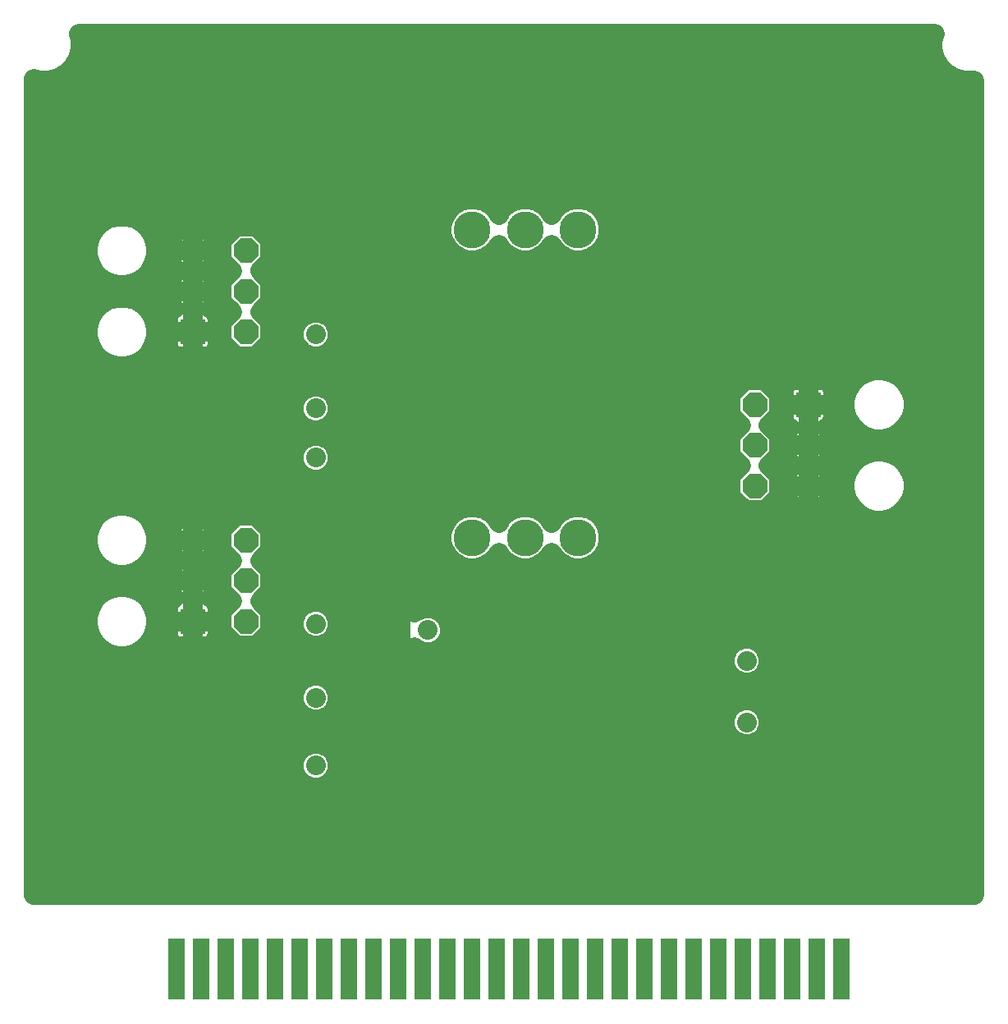
<source format=gbl>
G75*
%MOIN*%
%OFA0B0*%
%FSLAX25Y25*%
%IPPOS*%
%LPD*%
%AMOC8*
5,1,8,0,0,1.08239X$1,22.5*
%
%ADD10C,0.15000*%
%ADD11R,0.06500X0.25000*%
%ADD12OC8,0.10000*%
%ADD13R,0.10000X0.10000*%
%ADD14C,0.08000*%
%ADD15C,0.08000*%
%ADD16C,0.03569*%
D10*
X0187000Y0192500D03*
X0208500Y0192500D03*
X0230000Y0192500D03*
X0230000Y0317500D03*
X0208500Y0317500D03*
X0187000Y0317500D03*
D11*
X0186750Y0017500D03*
X0176750Y0017500D03*
X0166750Y0017500D03*
X0156750Y0017500D03*
X0146750Y0017500D03*
X0136750Y0017500D03*
X0126750Y0017500D03*
X0116750Y0017500D03*
X0106750Y0017500D03*
X0096750Y0017500D03*
X0086750Y0017500D03*
X0076750Y0017500D03*
X0066750Y0017500D03*
X0196750Y0017500D03*
X0206750Y0017500D03*
X0216750Y0017500D03*
X0226750Y0017500D03*
X0236750Y0017500D03*
X0246750Y0017500D03*
X0256750Y0017500D03*
X0266750Y0017500D03*
X0276750Y0017500D03*
X0286750Y0017500D03*
X0296750Y0017500D03*
X0306750Y0017500D03*
X0316750Y0017500D03*
X0326750Y0017500D03*
X0336750Y0017500D03*
D12*
X0323500Y0213500D03*
X0323500Y0230000D03*
X0301800Y0230000D03*
X0301800Y0213500D03*
X0301800Y0246500D03*
X0095200Y0276000D03*
X0095200Y0292500D03*
X0095200Y0309000D03*
X0073500Y0309000D03*
X0073500Y0292500D03*
X0073500Y0191500D03*
X0073500Y0175000D03*
X0095200Y0175000D03*
X0095200Y0158500D03*
X0095200Y0191500D03*
D13*
X0073500Y0158500D03*
X0073500Y0276000D03*
X0323500Y0246500D03*
D14*
X0328500Y0142500D03*
X0328500Y0117500D03*
X0298500Y0117500D03*
X0298500Y0142500D03*
X0169000Y0155000D03*
X0158000Y0155000D03*
X0123500Y0157500D03*
X0123500Y0127500D03*
X0123500Y0100000D03*
X0123500Y0070000D03*
X0123500Y0195000D03*
X0123500Y0225000D03*
X0123500Y0245000D03*
X0123500Y0275000D03*
D15*
X0009000Y0378772D02*
X0009000Y0047500D01*
X0391000Y0047500D01*
X0391000Y0378236D01*
X0390399Y0378075D01*
X0386601Y0378075D01*
X0382932Y0379058D01*
X0379643Y0380957D01*
X0376957Y0383643D01*
X0375058Y0386932D01*
X0374075Y0390601D01*
X0374075Y0394399D01*
X0374772Y0397000D01*
X0027228Y0397000D01*
X0027925Y0394399D01*
X0027925Y0390601D01*
X0026942Y0386932D01*
X0025043Y0383643D01*
X0022357Y0380957D01*
X0019068Y0379058D01*
X0015399Y0378075D01*
X0011601Y0378075D01*
X0009000Y0378772D01*
X0009000Y0372932D02*
X0391000Y0372932D01*
X0391000Y0364933D02*
X0009000Y0364933D01*
X0009000Y0356934D02*
X0391000Y0356934D01*
X0391000Y0348936D02*
X0009000Y0348936D01*
X0009000Y0340937D02*
X0391000Y0340937D01*
X0391000Y0332939D02*
X0009000Y0332939D01*
X0009000Y0324940D02*
X0177093Y0324940D01*
X0177158Y0325052D02*
X0175538Y0322248D01*
X0174700Y0319119D01*
X0174700Y0315881D01*
X0175538Y0312752D01*
X0177158Y0309948D01*
X0179448Y0307658D01*
X0182252Y0306038D01*
X0185381Y0305200D01*
X0188619Y0305200D01*
X0191748Y0306038D01*
X0194552Y0307658D01*
X0196842Y0309948D01*
X0197750Y0311520D01*
X0198658Y0309948D01*
X0200948Y0307658D01*
X0203752Y0306038D01*
X0206881Y0305200D01*
X0210119Y0305200D01*
X0213248Y0306038D01*
X0216052Y0307658D01*
X0218342Y0309948D01*
X0219250Y0311520D01*
X0220158Y0309948D01*
X0222448Y0307658D01*
X0225252Y0306038D01*
X0228381Y0305200D01*
X0231619Y0305200D01*
X0234748Y0306038D01*
X0237552Y0307658D01*
X0239842Y0309948D01*
X0241462Y0312752D01*
X0242300Y0315881D01*
X0242300Y0319119D01*
X0241462Y0322248D01*
X0239842Y0325052D01*
X0237552Y0327342D01*
X0234748Y0328962D01*
X0231619Y0329800D01*
X0228381Y0329800D01*
X0225252Y0328962D01*
X0222448Y0327342D01*
X0220158Y0325052D01*
X0219250Y0323480D01*
X0218342Y0325052D01*
X0216052Y0327342D01*
X0213248Y0328962D01*
X0210119Y0329800D01*
X0206881Y0329800D01*
X0203752Y0328962D01*
X0200948Y0327342D01*
X0198658Y0325052D01*
X0197750Y0323480D01*
X0196842Y0325052D01*
X0194552Y0327342D01*
X0191748Y0328962D01*
X0188619Y0329800D01*
X0185381Y0329800D01*
X0182252Y0328962D01*
X0179448Y0327342D01*
X0177158Y0325052D01*
X0174700Y0316942D02*
X0101117Y0316942D01*
X0099259Y0318800D02*
X0091141Y0318800D01*
X0085400Y0313059D01*
X0085400Y0304941D01*
X0089591Y0300750D01*
X0085400Y0296559D01*
X0085400Y0288441D01*
X0089591Y0284250D01*
X0085400Y0280059D01*
X0085400Y0271941D01*
X0091141Y0266200D01*
X0099259Y0266200D01*
X0105000Y0271941D01*
X0105000Y0280059D01*
X0100809Y0284250D01*
X0105000Y0288441D01*
X0105000Y0296559D01*
X0100809Y0300750D01*
X0105000Y0304941D01*
X0105000Y0313059D01*
X0099259Y0318800D01*
X0105000Y0308943D02*
X0178162Y0308943D01*
X0195838Y0308943D02*
X0199662Y0308943D01*
X0198593Y0324940D02*
X0196907Y0324940D01*
X0218407Y0324940D02*
X0220093Y0324940D01*
X0221162Y0308943D02*
X0217338Y0308943D01*
X0238838Y0308943D02*
X0391000Y0308943D01*
X0391000Y0300945D02*
X0101004Y0300945D01*
X0105000Y0292946D02*
X0391000Y0292946D01*
X0391000Y0284948D02*
X0101507Y0284948D01*
X0105000Y0276949D02*
X0114782Y0276949D01*
X0114700Y0276750D02*
X0114700Y0273250D01*
X0116040Y0270015D01*
X0118515Y0267540D01*
X0121750Y0266200D01*
X0125250Y0266200D01*
X0128485Y0267540D01*
X0130960Y0270015D01*
X0132300Y0273250D01*
X0132300Y0276750D01*
X0130960Y0279985D01*
X0128485Y0282460D01*
X0125250Y0283800D01*
X0121750Y0283800D01*
X0118515Y0282460D01*
X0116040Y0279985D01*
X0114700Y0276750D01*
X0117104Y0268951D02*
X0102010Y0268951D01*
X0088390Y0268951D02*
X0083068Y0268951D01*
X0083134Y0269081D02*
X0083377Y0269829D01*
X0083500Y0270606D01*
X0083500Y0276000D01*
X0083500Y0281394D01*
X0083377Y0282171D01*
X0083134Y0282919D01*
X0082776Y0283621D01*
X0082314Y0284257D01*
X0081757Y0284814D01*
X0081121Y0285276D01*
X0080655Y0285513D01*
X0083500Y0288358D01*
X0083500Y0292500D01*
X0083500Y0296642D01*
X0079392Y0300750D01*
X0083500Y0304858D01*
X0083500Y0309000D01*
X0083500Y0313142D01*
X0077642Y0319000D01*
X0073500Y0319000D01*
X0073500Y0309000D01*
X0073500Y0309000D01*
X0083500Y0309000D01*
X0073500Y0309000D01*
X0073500Y0309000D01*
X0073500Y0309000D01*
X0063500Y0309000D01*
X0063500Y0313142D01*
X0069358Y0319000D01*
X0073500Y0319000D01*
X0073500Y0309000D01*
X0073500Y0292500D01*
X0083500Y0292500D01*
X0073500Y0292500D01*
X0073500Y0292500D01*
X0073500Y0292500D01*
X0073500Y0292500D01*
X0063500Y0292500D01*
X0063500Y0296642D01*
X0067608Y0300750D01*
X0063500Y0304858D01*
X0063500Y0309000D01*
X0073500Y0309000D01*
X0073500Y0309000D01*
X0073500Y0302500D01*
X0073500Y0292500D01*
X0073500Y0276000D01*
X0083500Y0276000D01*
X0073500Y0276000D01*
X0073500Y0276000D01*
X0073500Y0276000D01*
X0073500Y0276000D01*
X0063500Y0276000D01*
X0063500Y0281394D01*
X0063623Y0282171D01*
X0063866Y0282919D01*
X0064224Y0283621D01*
X0064686Y0284257D01*
X0065243Y0284814D01*
X0065879Y0285276D01*
X0066345Y0285513D01*
X0063500Y0288358D01*
X0063500Y0292500D01*
X0073500Y0292500D01*
X0073500Y0292500D01*
X0073500Y0286000D01*
X0073500Y0276000D01*
X0073500Y0266000D01*
X0078894Y0266000D01*
X0079671Y0266123D01*
X0080419Y0266366D01*
X0081121Y0266724D01*
X0081757Y0267186D01*
X0082314Y0267743D01*
X0082776Y0268379D01*
X0083134Y0269081D01*
X0083500Y0276949D02*
X0085400Y0276949D01*
X0088893Y0284948D02*
X0081573Y0284948D01*
X0073500Y0284948D02*
X0073500Y0284948D01*
X0073500Y0292946D02*
X0073500Y0292946D01*
X0073500Y0300945D02*
X0073500Y0300945D01*
X0067413Y0300945D02*
X0056166Y0300945D01*
X0055887Y0300462D02*
X0057718Y0303633D01*
X0058665Y0307169D01*
X0058665Y0310831D01*
X0057718Y0314367D01*
X0055887Y0317538D01*
X0053298Y0320127D01*
X0050127Y0321958D01*
X0046591Y0322905D01*
X0042929Y0322905D01*
X0039393Y0321958D01*
X0036222Y0320127D01*
X0033633Y0317538D01*
X0031802Y0314367D01*
X0030854Y0310831D01*
X0030854Y0307169D01*
X0031802Y0303633D01*
X0033633Y0300462D01*
X0036222Y0297873D01*
X0039393Y0296042D01*
X0042929Y0295094D01*
X0046591Y0295094D01*
X0050127Y0296042D01*
X0053298Y0297873D01*
X0055887Y0300462D01*
X0058665Y0308943D02*
X0063500Y0308943D01*
X0067300Y0316942D02*
X0056231Y0316942D01*
X0073500Y0316942D02*
X0073500Y0316942D01*
X0079700Y0316942D02*
X0089283Y0316942D01*
X0085400Y0308943D02*
X0083500Y0308943D01*
X0079587Y0300945D02*
X0089396Y0300945D01*
X0085400Y0292946D02*
X0083500Y0292946D01*
X0073500Y0276949D02*
X0073500Y0276949D01*
X0073500Y0276000D02*
X0063500Y0276000D01*
X0063500Y0270606D01*
X0063623Y0269829D01*
X0063866Y0269081D01*
X0064224Y0268379D01*
X0064686Y0267743D01*
X0065243Y0267186D01*
X0065879Y0266724D01*
X0066581Y0266366D01*
X0067329Y0266123D01*
X0068106Y0266000D01*
X0073500Y0266000D01*
X0073500Y0276000D01*
X0073500Y0276000D01*
X0073500Y0268951D02*
X0073500Y0268951D01*
X0063932Y0268951D02*
X0056747Y0268951D01*
X0055887Y0267462D02*
X0057718Y0270633D01*
X0058665Y0274169D01*
X0058665Y0277831D01*
X0057718Y0281367D01*
X0055887Y0284538D01*
X0053298Y0287127D01*
X0050127Y0288958D01*
X0046591Y0289905D01*
X0042929Y0289905D01*
X0039393Y0288958D01*
X0036222Y0287127D01*
X0033633Y0284538D01*
X0031802Y0281367D01*
X0030854Y0277831D01*
X0030854Y0274169D01*
X0031802Y0270633D01*
X0033633Y0267462D01*
X0036222Y0264873D01*
X0039393Y0263042D01*
X0042929Y0262094D01*
X0046591Y0262094D01*
X0050127Y0263042D01*
X0053298Y0264873D01*
X0055887Y0267462D01*
X0058665Y0276949D02*
X0063500Y0276949D01*
X0065427Y0284948D02*
X0055477Y0284948D01*
X0063500Y0292946D02*
X0009000Y0292946D01*
X0009000Y0284948D02*
X0034042Y0284948D01*
X0030854Y0276949D02*
X0009000Y0276949D01*
X0009000Y0268951D02*
X0032773Y0268951D01*
X0009000Y0260952D02*
X0391000Y0260952D01*
X0391000Y0252954D02*
X0364571Y0252954D01*
X0365198Y0251867D02*
X0363367Y0255038D01*
X0360778Y0257627D01*
X0357607Y0259458D01*
X0354071Y0260405D01*
X0350409Y0260405D01*
X0346873Y0259458D01*
X0343702Y0257627D01*
X0341113Y0255038D01*
X0339282Y0251867D01*
X0338335Y0248331D01*
X0338335Y0244669D01*
X0339282Y0241133D01*
X0341113Y0237962D01*
X0343702Y0235373D01*
X0346873Y0233542D01*
X0350409Y0232594D01*
X0354071Y0232594D01*
X0357607Y0233542D01*
X0360778Y0235373D01*
X0363367Y0237962D01*
X0365198Y0241133D01*
X0366146Y0244669D01*
X0366146Y0248331D01*
X0365198Y0251867D01*
X0366146Y0244955D02*
X0391000Y0244955D01*
X0391000Y0236957D02*
X0362362Y0236957D01*
X0357607Y0226458D02*
X0354071Y0227405D01*
X0350409Y0227405D01*
X0346873Y0226458D01*
X0343702Y0224627D01*
X0341113Y0222038D01*
X0339282Y0218867D01*
X0338335Y0215331D01*
X0338335Y0211669D01*
X0339282Y0208133D01*
X0341113Y0204962D01*
X0343702Y0202373D01*
X0346873Y0200542D01*
X0350409Y0199594D01*
X0354071Y0199594D01*
X0357607Y0200542D01*
X0360778Y0202373D01*
X0363367Y0204962D01*
X0365198Y0208133D01*
X0366146Y0211669D01*
X0366146Y0215331D01*
X0365198Y0218867D01*
X0363367Y0222038D01*
X0360778Y0224627D01*
X0357607Y0226458D01*
X0363990Y0220960D02*
X0391000Y0220960D01*
X0391000Y0228958D02*
X0333500Y0228958D01*
X0333500Y0230000D02*
X0323500Y0230000D01*
X0333500Y0230000D01*
X0333500Y0234142D01*
X0330655Y0236987D01*
X0331121Y0237224D01*
X0331757Y0237686D01*
X0332314Y0238243D01*
X0332776Y0238879D01*
X0333134Y0239581D01*
X0333377Y0240329D01*
X0333500Y0241106D01*
X0333500Y0246500D01*
X0333500Y0251894D01*
X0333377Y0252671D01*
X0333134Y0253419D01*
X0332776Y0254121D01*
X0332314Y0254757D01*
X0331757Y0255314D01*
X0331121Y0255776D01*
X0330419Y0256134D01*
X0329671Y0256377D01*
X0328894Y0256500D01*
X0323500Y0256500D01*
X0323500Y0246500D01*
X0333500Y0246500D01*
X0323500Y0246500D01*
X0323500Y0246500D01*
X0323500Y0246500D01*
X0323500Y0246500D01*
X0313500Y0246500D01*
X0313500Y0251894D01*
X0313623Y0252671D01*
X0313866Y0253419D01*
X0314224Y0254121D01*
X0314686Y0254757D01*
X0315243Y0255314D01*
X0315879Y0255776D01*
X0316581Y0256134D01*
X0317329Y0256377D01*
X0318106Y0256500D01*
X0323500Y0256500D01*
X0323500Y0246500D01*
X0323500Y0236500D01*
X0323500Y0230000D01*
X0323500Y0230000D01*
X0323500Y0230000D01*
X0323500Y0230000D01*
X0313500Y0230000D01*
X0313500Y0234142D01*
X0316345Y0236987D01*
X0315879Y0237224D01*
X0315243Y0237686D01*
X0314686Y0238243D01*
X0314224Y0238879D01*
X0313866Y0239581D01*
X0313623Y0240329D01*
X0313500Y0241106D01*
X0313500Y0246500D01*
X0323500Y0246500D01*
X0323500Y0246500D01*
X0323500Y0230000D01*
X0323500Y0220000D01*
X0323500Y0213500D01*
X0333500Y0213500D01*
X0333500Y0217642D01*
X0329392Y0221750D01*
X0333500Y0225858D01*
X0333500Y0230000D01*
X0330685Y0236957D02*
X0342118Y0236957D01*
X0338335Y0244955D02*
X0333500Y0244955D01*
X0333285Y0252954D02*
X0339910Y0252954D01*
X0323500Y0252954D02*
X0323500Y0252954D01*
X0323500Y0244955D02*
X0323500Y0244955D01*
X0323500Y0236957D02*
X0323500Y0236957D01*
X0316315Y0236957D02*
X0308702Y0236957D01*
X0307409Y0238250D02*
X0311600Y0242441D01*
X0311600Y0250559D01*
X0305859Y0256300D01*
X0297741Y0256300D01*
X0292000Y0250559D01*
X0292000Y0242441D01*
X0296191Y0238250D01*
X0292000Y0234059D01*
X0292000Y0225941D01*
X0296191Y0221750D01*
X0292000Y0217559D01*
X0292000Y0209441D01*
X0297741Y0203700D01*
X0305859Y0203700D01*
X0311600Y0209441D01*
X0311600Y0217559D01*
X0307409Y0221750D01*
X0311600Y0225941D01*
X0311600Y0234059D01*
X0307409Y0238250D01*
X0311600Y0244955D02*
X0313500Y0244955D01*
X0313715Y0252954D02*
X0309205Y0252954D01*
X0294395Y0252954D02*
X0127293Y0252954D01*
X0128485Y0252460D02*
X0125250Y0253800D01*
X0121750Y0253800D01*
X0118515Y0252460D01*
X0116040Y0249985D01*
X0114700Y0246750D01*
X0114700Y0243250D01*
X0116040Y0240015D01*
X0118515Y0237540D01*
X0121750Y0236200D01*
X0125250Y0236200D01*
X0128485Y0237540D01*
X0130960Y0240015D01*
X0132300Y0243250D01*
X0132300Y0246750D01*
X0130960Y0249985D01*
X0128485Y0252460D01*
X0132300Y0244955D02*
X0292000Y0244955D01*
X0294898Y0236957D02*
X0127078Y0236957D01*
X0125250Y0233800D02*
X0121750Y0233800D01*
X0118515Y0232460D01*
X0116040Y0229985D01*
X0114700Y0226750D01*
X0114700Y0223250D01*
X0116040Y0220015D01*
X0118515Y0217540D01*
X0121750Y0216200D01*
X0125250Y0216200D01*
X0128485Y0217540D01*
X0130960Y0220015D01*
X0132300Y0223250D01*
X0132300Y0226750D01*
X0130960Y0229985D01*
X0128485Y0232460D01*
X0125250Y0233800D01*
X0119922Y0236957D02*
X0009000Y0236957D01*
X0009000Y0244955D02*
X0114700Y0244955D01*
X0119707Y0252954D02*
X0009000Y0252954D01*
X0009000Y0228958D02*
X0115615Y0228958D01*
X0115648Y0220960D02*
X0009000Y0220960D01*
X0009000Y0212961D02*
X0292000Y0212961D01*
X0295401Y0220960D02*
X0131352Y0220960D01*
X0131385Y0228958D02*
X0292000Y0228958D01*
X0308199Y0220960D02*
X0316818Y0220960D01*
X0317608Y0221750D02*
X0313500Y0217642D01*
X0313500Y0213500D01*
X0323500Y0213500D01*
X0323500Y0213500D01*
X0323500Y0213500D01*
X0333500Y0213500D01*
X0333500Y0209358D01*
X0327642Y0203500D01*
X0323500Y0203500D01*
X0323500Y0213500D01*
X0323500Y0213500D01*
X0323500Y0213500D01*
X0323500Y0230000D01*
X0323500Y0230000D01*
X0313500Y0230000D01*
X0313500Y0225858D01*
X0317608Y0221750D01*
X0323500Y0220960D02*
X0323500Y0220960D01*
X0330182Y0220960D02*
X0340490Y0220960D01*
X0338335Y0212961D02*
X0333500Y0212961D01*
X0329105Y0204963D02*
X0341112Y0204963D01*
X0323500Y0204963D02*
X0323500Y0204963D01*
X0323500Y0203500D02*
X0323500Y0213500D01*
X0313500Y0213500D01*
X0313500Y0209358D01*
X0319358Y0203500D01*
X0323500Y0203500D01*
X0317895Y0204963D02*
X0307122Y0204963D01*
X0311600Y0212961D02*
X0313500Y0212961D01*
X0323500Y0212961D02*
X0323500Y0212961D01*
X0323500Y0228958D02*
X0323500Y0228958D01*
X0313500Y0228958D02*
X0311600Y0228958D01*
X0296478Y0204963D02*
X0048243Y0204963D01*
X0046591Y0205405D02*
X0042929Y0205405D01*
X0039393Y0204458D01*
X0036222Y0202627D01*
X0033633Y0200038D01*
X0031802Y0196867D01*
X0030854Y0193331D01*
X0030854Y0189669D01*
X0031802Y0186133D01*
X0033633Y0182962D01*
X0036222Y0180373D01*
X0039393Y0178542D01*
X0042929Y0177594D01*
X0046591Y0177594D01*
X0050127Y0178542D01*
X0053298Y0180373D01*
X0055887Y0182962D01*
X0057718Y0186133D01*
X0058665Y0189669D01*
X0058665Y0193331D01*
X0057718Y0196867D01*
X0055887Y0200038D01*
X0053298Y0202627D01*
X0050127Y0204458D01*
X0046591Y0205405D01*
X0041277Y0204963D02*
X0009000Y0204963D01*
X0009000Y0196964D02*
X0031858Y0196964D01*
X0031043Y0188966D02*
X0009000Y0188966D01*
X0009000Y0180967D02*
X0035627Y0180967D01*
X0039393Y0171458D02*
X0036222Y0169627D01*
X0033633Y0167038D01*
X0031802Y0163867D01*
X0030854Y0160331D01*
X0030854Y0156669D01*
X0031802Y0153133D01*
X0033633Y0149962D01*
X0036222Y0147373D01*
X0039393Y0145542D01*
X0042929Y0144594D01*
X0046591Y0144594D01*
X0050127Y0145542D01*
X0053298Y0147373D01*
X0055887Y0149962D01*
X0057718Y0153133D01*
X0058665Y0156669D01*
X0058665Y0160331D01*
X0057718Y0163867D01*
X0055887Y0167038D01*
X0053298Y0169627D01*
X0050127Y0171458D01*
X0046591Y0172405D01*
X0042929Y0172405D01*
X0039393Y0171458D01*
X0032439Y0164970D02*
X0009000Y0164970D01*
X0009000Y0156972D02*
X0030854Y0156972D01*
X0034621Y0148973D02*
X0009000Y0148973D01*
X0009000Y0140975D02*
X0289700Y0140975D01*
X0289700Y0140750D02*
X0291040Y0137515D01*
X0293515Y0135040D01*
X0296750Y0133700D01*
X0300250Y0133700D01*
X0303485Y0135040D01*
X0305960Y0137515D01*
X0307300Y0140750D01*
X0307300Y0144250D01*
X0305960Y0147485D01*
X0303485Y0149960D01*
X0300250Y0151300D01*
X0296750Y0151300D01*
X0293515Y0149960D01*
X0291040Y0147485D01*
X0289700Y0144250D01*
X0289700Y0140750D01*
X0292528Y0148973D02*
X0175418Y0148973D01*
X0176460Y0150015D02*
X0173985Y0147540D01*
X0170750Y0146200D01*
X0167250Y0146200D01*
X0164015Y0147540D01*
X0163601Y0147954D01*
X0163011Y0147501D01*
X0161989Y0146911D01*
X0160899Y0146459D01*
X0159760Y0146154D01*
X0158590Y0146000D01*
X0158000Y0146000D01*
X0158000Y0155000D01*
X0158000Y0155000D01*
X0158000Y0164000D01*
X0158590Y0164000D01*
X0159760Y0163846D01*
X0160899Y0163541D01*
X0161989Y0163089D01*
X0163011Y0162499D01*
X0163601Y0162046D01*
X0164015Y0162460D01*
X0167250Y0163800D01*
X0170750Y0163800D01*
X0173985Y0162460D01*
X0176460Y0159985D01*
X0177800Y0156750D01*
X0177800Y0153250D01*
X0176460Y0150015D01*
X0177708Y0156972D02*
X0391000Y0156972D01*
X0391000Y0164970D02*
X0128461Y0164970D01*
X0128485Y0164960D02*
X0125250Y0166300D01*
X0121750Y0166300D01*
X0118515Y0164960D01*
X0116040Y0162485D01*
X0114700Y0159250D01*
X0114700Y0155750D01*
X0116040Y0152515D01*
X0118515Y0150040D01*
X0121750Y0148700D01*
X0125250Y0148700D01*
X0128485Y0150040D01*
X0130960Y0152515D01*
X0132300Y0155750D01*
X0132300Y0159250D01*
X0130960Y0162485D01*
X0128485Y0164960D01*
X0132300Y0156972D02*
X0149211Y0156972D01*
X0149154Y0156760D02*
X0149000Y0155590D01*
X0149000Y0155000D01*
X0158000Y0155000D01*
X0158000Y0164000D01*
X0157410Y0164000D01*
X0156240Y0163846D01*
X0155101Y0163541D01*
X0154011Y0163089D01*
X0152989Y0162499D01*
X0152053Y0161781D01*
X0151219Y0160947D01*
X0150501Y0160011D01*
X0149911Y0158989D01*
X0149459Y0157899D01*
X0149154Y0156760D01*
X0149000Y0155000D02*
X0149000Y0154410D01*
X0149154Y0153240D01*
X0149459Y0152101D01*
X0149911Y0151011D01*
X0150501Y0149989D01*
X0151219Y0149053D01*
X0152053Y0148219D01*
X0152989Y0147501D01*
X0154011Y0146911D01*
X0155101Y0146459D01*
X0156240Y0146154D01*
X0157410Y0146000D01*
X0158000Y0146000D01*
X0158000Y0155000D01*
X0158000Y0155000D01*
X0158000Y0155000D01*
X0149000Y0155000D01*
X0151299Y0148973D02*
X0125910Y0148973D01*
X0121090Y0148973D02*
X0099532Y0148973D01*
X0099259Y0148700D02*
X0105000Y0154441D01*
X0105000Y0162559D01*
X0100809Y0166750D01*
X0105000Y0170941D01*
X0105000Y0179059D01*
X0100809Y0183250D01*
X0105000Y0187441D01*
X0105000Y0195559D01*
X0099259Y0201300D01*
X0091141Y0201300D01*
X0085400Y0195559D01*
X0085400Y0187441D01*
X0089591Y0183250D01*
X0085400Y0179059D01*
X0085400Y0170941D01*
X0089591Y0166750D01*
X0085400Y0162559D01*
X0085400Y0154441D01*
X0091141Y0148700D01*
X0099259Y0148700D01*
X0090868Y0148973D02*
X0080629Y0148973D01*
X0080419Y0148866D02*
X0081121Y0149224D01*
X0081757Y0149686D01*
X0082314Y0150243D01*
X0082776Y0150879D01*
X0083134Y0151581D01*
X0083377Y0152329D01*
X0083500Y0153106D01*
X0083500Y0158500D01*
X0083500Y0163894D01*
X0083377Y0164671D01*
X0083134Y0165419D01*
X0082776Y0166121D01*
X0082314Y0166757D01*
X0081757Y0167314D01*
X0081121Y0167776D01*
X0080655Y0168013D01*
X0083500Y0170858D01*
X0083500Y0175000D01*
X0083500Y0179142D01*
X0079392Y0183250D01*
X0083500Y0187358D01*
X0083500Y0191500D01*
X0083500Y0195642D01*
X0077642Y0201500D01*
X0073500Y0201500D01*
X0073500Y0191500D01*
X0073500Y0191500D01*
X0083500Y0191500D01*
X0073500Y0191500D01*
X0073500Y0191500D01*
X0073500Y0191500D01*
X0063500Y0191500D01*
X0063500Y0195642D01*
X0069358Y0201500D01*
X0073500Y0201500D01*
X0073500Y0191500D01*
X0073500Y0175000D01*
X0083500Y0175000D01*
X0073500Y0175000D01*
X0073500Y0175000D01*
X0073500Y0175000D01*
X0073500Y0175000D01*
X0063500Y0175000D01*
X0063500Y0179142D01*
X0067608Y0183250D01*
X0063500Y0187358D01*
X0063500Y0191500D01*
X0073500Y0191500D01*
X0073500Y0191500D01*
X0073500Y0185000D01*
X0073500Y0175000D01*
X0073500Y0158500D01*
X0083500Y0158500D01*
X0073500Y0158500D01*
X0073500Y0158500D01*
X0073500Y0158500D01*
X0073500Y0158500D01*
X0063500Y0158500D01*
X0063500Y0163894D01*
X0063623Y0164671D01*
X0063866Y0165419D01*
X0064224Y0166121D01*
X0064686Y0166757D01*
X0065243Y0167314D01*
X0065879Y0167776D01*
X0066345Y0168013D01*
X0063500Y0170858D01*
X0063500Y0175000D01*
X0073500Y0175000D01*
X0073500Y0175000D01*
X0073500Y0165000D01*
X0073500Y0158500D01*
X0073500Y0148500D01*
X0078894Y0148500D01*
X0079671Y0148623D01*
X0080419Y0148866D01*
X0073500Y0148973D02*
X0073500Y0148973D01*
X0073500Y0148500D02*
X0073500Y0158500D01*
X0073500Y0158500D01*
X0063500Y0158500D01*
X0063500Y0153106D01*
X0063623Y0152329D01*
X0063866Y0151581D01*
X0064224Y0150879D01*
X0064686Y0150243D01*
X0065243Y0149686D01*
X0065879Y0149224D01*
X0066581Y0148866D01*
X0067329Y0148623D01*
X0068106Y0148500D01*
X0073500Y0148500D01*
X0066371Y0148973D02*
X0054898Y0148973D01*
X0058665Y0156972D02*
X0063500Y0156972D01*
X0063720Y0164970D02*
X0057081Y0164970D01*
X0063500Y0172969D02*
X0009000Y0172969D01*
X0009000Y0132976D02*
X0116531Y0132976D01*
X0116040Y0132485D02*
X0114700Y0129250D01*
X0114700Y0125750D01*
X0116040Y0122515D01*
X0118515Y0120040D01*
X0121750Y0118700D01*
X0125250Y0118700D01*
X0128485Y0120040D01*
X0130960Y0122515D01*
X0132300Y0125750D01*
X0132300Y0129250D01*
X0130960Y0132485D01*
X0128485Y0134960D01*
X0125250Y0136300D01*
X0121750Y0136300D01*
X0118515Y0134960D01*
X0116040Y0132485D01*
X0115020Y0124978D02*
X0009000Y0124978D01*
X0009000Y0116979D02*
X0289700Y0116979D01*
X0289700Y0115750D02*
X0291040Y0112515D01*
X0293515Y0110040D01*
X0296750Y0108700D01*
X0300250Y0108700D01*
X0303485Y0110040D01*
X0305960Y0112515D01*
X0307300Y0115750D01*
X0307300Y0119250D01*
X0305960Y0122485D01*
X0303485Y0124960D01*
X0300250Y0126300D01*
X0296750Y0126300D01*
X0293515Y0124960D01*
X0291040Y0122485D01*
X0289700Y0119250D01*
X0289700Y0115750D01*
X0296072Y0108981D02*
X0009000Y0108981D01*
X0009000Y0100982D02*
X0114700Y0100982D01*
X0114700Y0101750D02*
X0114700Y0098250D01*
X0116040Y0095015D01*
X0118515Y0092540D01*
X0121750Y0091200D01*
X0125250Y0091200D01*
X0128485Y0092540D01*
X0130960Y0095015D01*
X0132300Y0098250D01*
X0132300Y0101750D01*
X0130960Y0104985D01*
X0128485Y0107460D01*
X0125250Y0108800D01*
X0121750Y0108800D01*
X0118515Y0107460D01*
X0116040Y0104985D01*
X0114700Y0101750D01*
X0118071Y0092984D02*
X0009000Y0092984D01*
X0009000Y0084985D02*
X0391000Y0084985D01*
X0391000Y0076987D02*
X0129179Y0076987D01*
X0129447Y0076781D02*
X0128511Y0077499D01*
X0127489Y0078089D01*
X0126399Y0078541D01*
X0125260Y0078846D01*
X0124090Y0079000D01*
X0123500Y0079000D01*
X0123500Y0070000D01*
X0123500Y0070000D01*
X0132500Y0070000D01*
X0132500Y0070590D01*
X0132346Y0071760D01*
X0132041Y0072899D01*
X0131589Y0073989D01*
X0130999Y0075011D01*
X0130281Y0075947D01*
X0129447Y0076781D01*
X0123500Y0076987D02*
X0123500Y0076987D01*
X0123500Y0079000D02*
X0123500Y0070000D01*
X0123500Y0070000D01*
X0123500Y0070000D01*
X0114500Y0070000D01*
X0114500Y0070590D01*
X0114654Y0071760D01*
X0114959Y0072899D01*
X0115411Y0073989D01*
X0116001Y0075011D01*
X0116719Y0075947D01*
X0117553Y0076781D01*
X0118489Y0077499D01*
X0119511Y0078089D01*
X0120601Y0078541D01*
X0121740Y0078846D01*
X0122910Y0079000D01*
X0123500Y0079000D01*
X0117821Y0076987D02*
X0009000Y0076987D01*
X0009000Y0068988D02*
X0114556Y0068988D01*
X0114500Y0069410D02*
X0114654Y0068240D01*
X0114959Y0067101D01*
X0115411Y0066011D01*
X0116001Y0064989D01*
X0116719Y0064053D01*
X0117553Y0063219D01*
X0118489Y0062501D01*
X0119511Y0061911D01*
X0120601Y0061459D01*
X0121740Y0061154D01*
X0122910Y0061000D01*
X0123500Y0061000D01*
X0124090Y0061000D01*
X0125260Y0061154D01*
X0126399Y0061459D01*
X0127489Y0061911D01*
X0128511Y0062501D01*
X0129447Y0063219D01*
X0130281Y0064053D01*
X0130999Y0064989D01*
X0131589Y0066011D01*
X0132041Y0067101D01*
X0132346Y0068240D01*
X0132500Y0069410D01*
X0132500Y0070000D01*
X0123500Y0070000D01*
X0123500Y0061000D01*
X0123500Y0070000D01*
X0123500Y0070000D01*
X0114500Y0070000D01*
X0114500Y0069410D01*
X0123500Y0068988D02*
X0123500Y0068988D01*
X0132444Y0068988D02*
X0391000Y0068988D01*
X0391000Y0060990D02*
X0009000Y0060990D01*
X0009000Y0052991D02*
X0391000Y0052991D01*
X0391000Y0092984D02*
X0128929Y0092984D01*
X0132300Y0100982D02*
X0391000Y0100982D01*
X0391000Y0108981D02*
X0331451Y0108981D01*
X0331399Y0108959D02*
X0332489Y0109411D01*
X0333511Y0110001D01*
X0334447Y0110719D01*
X0335281Y0111553D01*
X0335999Y0112489D01*
X0336589Y0113511D01*
X0337041Y0114601D01*
X0337346Y0115740D01*
X0337500Y0116910D01*
X0337500Y0117500D01*
X0337500Y0118090D01*
X0337346Y0119260D01*
X0337041Y0120399D01*
X0336589Y0121489D01*
X0335999Y0122511D01*
X0335281Y0123447D01*
X0334447Y0124281D01*
X0333511Y0124999D01*
X0332489Y0125589D01*
X0331399Y0126041D01*
X0330260Y0126346D01*
X0329090Y0126500D01*
X0328500Y0126500D01*
X0328500Y0117500D01*
X0337500Y0117500D01*
X0328500Y0117500D01*
X0328500Y0117500D01*
X0328500Y0117500D01*
X0328500Y0108500D01*
X0329090Y0108500D01*
X0330260Y0108654D01*
X0331399Y0108959D01*
X0328500Y0108981D02*
X0328500Y0108981D01*
X0328500Y0108500D02*
X0328500Y0117500D01*
X0328500Y0117500D01*
X0328500Y0117500D01*
X0319500Y0117500D01*
X0319500Y0118090D01*
X0319654Y0119260D01*
X0319959Y0120399D01*
X0320411Y0121489D01*
X0321001Y0122511D01*
X0321719Y0123447D01*
X0322553Y0124281D01*
X0323489Y0124999D01*
X0324511Y0125589D01*
X0325601Y0126041D01*
X0326740Y0126346D01*
X0327910Y0126500D01*
X0328500Y0126500D01*
X0328500Y0117500D01*
X0319500Y0117500D01*
X0319500Y0116910D01*
X0319654Y0115740D01*
X0319959Y0114601D01*
X0320411Y0113511D01*
X0321001Y0112489D01*
X0321719Y0111553D01*
X0322553Y0110719D01*
X0323489Y0110001D01*
X0324511Y0109411D01*
X0325601Y0108959D01*
X0326740Y0108654D01*
X0327910Y0108500D01*
X0328500Y0108500D01*
X0325549Y0108981D02*
X0300928Y0108981D01*
X0307300Y0116979D02*
X0319500Y0116979D01*
X0323461Y0124978D02*
X0303443Y0124978D01*
X0293557Y0124978D02*
X0131980Y0124978D01*
X0130469Y0132976D02*
X0391000Y0132976D01*
X0391000Y0124978D02*
X0333539Y0124978D01*
X0328500Y0124978D02*
X0328500Y0124978D01*
X0328500Y0116979D02*
X0328500Y0116979D01*
X0337500Y0116979D02*
X0391000Y0116979D01*
X0391000Y0140975D02*
X0337377Y0140975D01*
X0337346Y0140740D02*
X0337500Y0141910D01*
X0337500Y0142500D01*
X0337500Y0143090D01*
X0337346Y0144260D01*
X0337041Y0145399D01*
X0336589Y0146489D01*
X0335999Y0147511D01*
X0335281Y0148447D01*
X0334447Y0149281D01*
X0333511Y0149999D01*
X0332489Y0150589D01*
X0331399Y0151041D01*
X0330260Y0151346D01*
X0329090Y0151500D01*
X0328500Y0151500D01*
X0328500Y0142500D01*
X0337500Y0142500D01*
X0328500Y0142500D01*
X0328500Y0142500D01*
X0328500Y0142500D01*
X0328500Y0133500D01*
X0329090Y0133500D01*
X0330260Y0133654D01*
X0331399Y0133959D01*
X0332489Y0134411D01*
X0333511Y0135001D01*
X0334447Y0135719D01*
X0335281Y0136553D01*
X0335999Y0137489D01*
X0336589Y0138511D01*
X0337041Y0139601D01*
X0337346Y0140740D01*
X0334755Y0148973D02*
X0391000Y0148973D01*
X0391000Y0172969D02*
X0105000Y0172969D01*
X0103092Y0180967D02*
X0182517Y0180967D01*
X0182252Y0181038D02*
X0185381Y0180200D01*
X0188619Y0180200D01*
X0191748Y0181038D01*
X0194552Y0182658D01*
X0196842Y0184948D01*
X0197750Y0186520D01*
X0198658Y0184948D01*
X0200948Y0182658D01*
X0203752Y0181038D01*
X0206881Y0180200D01*
X0210119Y0180200D01*
X0213248Y0181038D01*
X0216052Y0182658D01*
X0218342Y0184948D01*
X0219250Y0186520D01*
X0220158Y0184948D01*
X0222448Y0182658D01*
X0225252Y0181038D01*
X0228381Y0180200D01*
X0231619Y0180200D01*
X0234748Y0181038D01*
X0237552Y0182658D01*
X0239842Y0184948D01*
X0241462Y0187752D01*
X0242300Y0190881D01*
X0242300Y0194119D01*
X0241462Y0197248D01*
X0239842Y0200052D01*
X0237552Y0202342D01*
X0234748Y0203962D01*
X0231619Y0204800D01*
X0228381Y0204800D01*
X0225252Y0203962D01*
X0222448Y0202342D01*
X0220158Y0200052D01*
X0219250Y0198480D01*
X0218342Y0200052D01*
X0216052Y0202342D01*
X0213248Y0203962D01*
X0210119Y0204800D01*
X0206881Y0204800D01*
X0203752Y0203962D01*
X0200948Y0202342D01*
X0198658Y0200052D01*
X0197750Y0198480D01*
X0196842Y0200052D01*
X0194552Y0202342D01*
X0191748Y0203962D01*
X0188619Y0204800D01*
X0185381Y0204800D01*
X0182252Y0203962D01*
X0179448Y0202342D01*
X0177158Y0200052D01*
X0175538Y0197248D01*
X0174700Y0194119D01*
X0174700Y0190881D01*
X0175538Y0187752D01*
X0177158Y0184948D01*
X0179448Y0182658D01*
X0182252Y0181038D01*
X0191483Y0180967D02*
X0204017Y0180967D01*
X0212983Y0180967D02*
X0225517Y0180967D01*
X0234483Y0180967D02*
X0391000Y0180967D01*
X0391000Y0188966D02*
X0241787Y0188966D01*
X0241538Y0196964D02*
X0391000Y0196964D01*
X0391000Y0204963D02*
X0363368Y0204963D01*
X0366146Y0212961D02*
X0391000Y0212961D01*
X0391000Y0268951D02*
X0129896Y0268951D01*
X0132218Y0276949D02*
X0391000Y0276949D01*
X0391000Y0316942D02*
X0242300Y0316942D01*
X0239907Y0324940D02*
X0391000Y0324940D01*
X0379690Y0380930D02*
X0022310Y0380930D01*
X0027477Y0388929D02*
X0374523Y0388929D01*
X0374752Y0396927D02*
X0027248Y0396927D01*
X0033288Y0316942D02*
X0009000Y0316942D01*
X0009000Y0308943D02*
X0030854Y0308943D01*
X0033354Y0300945D02*
X0009000Y0300945D01*
X0073500Y0308943D02*
X0073500Y0308943D01*
X0119511Y0203089D02*
X0118489Y0202499D01*
X0117553Y0201781D01*
X0116719Y0200947D01*
X0116001Y0200011D01*
X0115411Y0198989D01*
X0114959Y0197899D01*
X0114654Y0196760D01*
X0114500Y0195590D01*
X0114500Y0195000D01*
X0123500Y0195000D01*
X0123500Y0195000D01*
X0123500Y0204000D01*
X0124090Y0204000D01*
X0125260Y0203846D01*
X0126399Y0203541D01*
X0127489Y0203089D01*
X0128511Y0202499D01*
X0129447Y0201781D01*
X0130281Y0200947D01*
X0130999Y0200011D01*
X0131589Y0198989D01*
X0132041Y0197899D01*
X0132346Y0196760D01*
X0132500Y0195590D01*
X0132500Y0195000D01*
X0123500Y0195000D01*
X0123500Y0195000D01*
X0123500Y0195000D01*
X0123500Y0204000D01*
X0122910Y0204000D01*
X0121740Y0203846D01*
X0120601Y0203541D01*
X0119511Y0203089D01*
X0123500Y0196964D02*
X0123500Y0196964D01*
X0123500Y0195000D02*
X0114500Y0195000D01*
X0114500Y0194410D01*
X0114654Y0193240D01*
X0114959Y0192101D01*
X0115411Y0191011D01*
X0116001Y0189989D01*
X0116719Y0189053D01*
X0117553Y0188219D01*
X0118489Y0187501D01*
X0119511Y0186911D01*
X0120601Y0186459D01*
X0121740Y0186154D01*
X0122910Y0186000D01*
X0123500Y0186000D01*
X0124090Y0186000D01*
X0125260Y0186154D01*
X0126399Y0186459D01*
X0127489Y0186911D01*
X0128511Y0187501D01*
X0129447Y0188219D01*
X0130281Y0189053D01*
X0130999Y0189989D01*
X0131589Y0191011D01*
X0132041Y0192101D01*
X0132346Y0193240D01*
X0132500Y0194410D01*
X0132500Y0195000D01*
X0123500Y0195000D01*
X0123500Y0186000D01*
X0123500Y0195000D01*
X0123500Y0195000D01*
X0123500Y0188966D02*
X0123500Y0188966D01*
X0130194Y0188966D02*
X0175213Y0188966D01*
X0175462Y0196964D02*
X0132291Y0196964D01*
X0116806Y0188966D02*
X0105000Y0188966D01*
X0103595Y0196964D02*
X0114709Y0196964D01*
X0086805Y0196964D02*
X0082178Y0196964D01*
X0083500Y0188966D02*
X0085400Y0188966D01*
X0087308Y0180967D02*
X0081675Y0180967D01*
X0073500Y0180967D02*
X0073500Y0180967D01*
X0073500Y0172969D02*
X0073500Y0172969D01*
X0073500Y0164970D02*
X0073500Y0164970D01*
X0073500Y0156972D02*
X0073500Y0156972D01*
X0083500Y0156972D02*
X0085400Y0156972D01*
X0083280Y0164970D02*
X0087811Y0164970D01*
X0085400Y0172969D02*
X0083500Y0172969D01*
X0073500Y0188966D02*
X0073500Y0188966D01*
X0073500Y0196964D02*
X0073500Y0196964D01*
X0064822Y0196964D02*
X0057662Y0196964D01*
X0058477Y0188966D02*
X0063500Y0188966D01*
X0065325Y0180967D02*
X0053892Y0180967D01*
X0102589Y0164970D02*
X0118539Y0164970D01*
X0114700Y0156972D02*
X0105000Y0156972D01*
X0158000Y0156972D02*
X0158000Y0156972D01*
X0158000Y0148973D02*
X0158000Y0148973D01*
X0304472Y0148973D02*
X0322245Y0148973D01*
X0322553Y0149281D02*
X0321719Y0148447D01*
X0321001Y0147511D01*
X0320411Y0146489D01*
X0319959Y0145399D01*
X0319654Y0144260D01*
X0319500Y0143090D01*
X0319500Y0142500D01*
X0328500Y0142500D01*
X0328500Y0142500D01*
X0328500Y0142500D01*
X0328500Y0151500D01*
X0327910Y0151500D01*
X0326740Y0151346D01*
X0325601Y0151041D01*
X0324511Y0150589D01*
X0323489Y0149999D01*
X0322553Y0149281D01*
X0319500Y0142500D02*
X0319500Y0141910D01*
X0319654Y0140740D01*
X0319959Y0139601D01*
X0320411Y0138511D01*
X0321001Y0137489D01*
X0321719Y0136553D01*
X0322553Y0135719D01*
X0323489Y0135001D01*
X0324511Y0134411D01*
X0325601Y0133959D01*
X0326740Y0133654D01*
X0327910Y0133500D01*
X0328500Y0133500D01*
X0328500Y0142500D01*
X0319500Y0142500D01*
X0319623Y0140975D02*
X0307300Y0140975D01*
X0328500Y0140975D02*
X0328500Y0140975D01*
X0328500Y0148973D02*
X0328500Y0148973D01*
D16*
X0188500Y0120000D03*
X0188500Y0257500D03*
M02*

</source>
